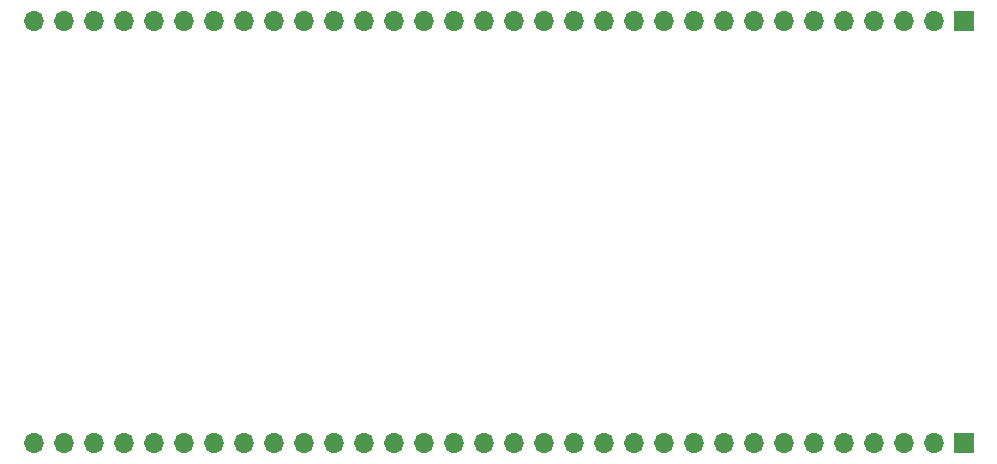
<source format=gbr>
G04 #@! TF.GenerationSoftware,KiCad,Pcbnew,5.1.5+dfsg1-2build2*
G04 #@! TF.CreationDate,2021-03-16T21:46:15-07:00*
G04 #@! TF.ProjectId,soldering-test,736f6c64-6572-4696-9e67-2d746573742e,rev?*
G04 #@! TF.SameCoordinates,Original*
G04 #@! TF.FileFunction,Copper,L2,Bot*
G04 #@! TF.FilePolarity,Positive*
%FSLAX46Y46*%
G04 Gerber Fmt 4.6, Leading zero omitted, Abs format (unit mm)*
G04 Created by KiCad (PCBNEW 5.1.5+dfsg1-2build2) date 2021-03-16 21:46:15*
%MOMM*%
%LPD*%
G04 APERTURE LIST*
%ADD10R,1.700000X1.700000*%
%ADD11O,1.700000X1.700000*%
G04 APERTURE END LIST*
D10*
X96459040Y-17805400D03*
D11*
X93919040Y-17805400D03*
X91379040Y-17805400D03*
X88839040Y-17805400D03*
X86299040Y-17805400D03*
X83759040Y-17805400D03*
X81219040Y-17805400D03*
X78679040Y-17805400D03*
X76139040Y-17805400D03*
X73599040Y-17805400D03*
X71059040Y-17805400D03*
X68519040Y-17805400D03*
X65979040Y-17805400D03*
X63439040Y-17805400D03*
X60899040Y-17805400D03*
X58359040Y-17805400D03*
X55819040Y-17805400D03*
X53279040Y-17805400D03*
X50739040Y-17805400D03*
X48199040Y-17805400D03*
X45659040Y-17805400D03*
X43119040Y-17805400D03*
X40579040Y-17805400D03*
X38039040Y-17805400D03*
X35499040Y-17805400D03*
X32959040Y-17805400D03*
X30419040Y-17805400D03*
X27879040Y-17805400D03*
X25339040Y-17805400D03*
X22799040Y-17805400D03*
X20259040Y-17805400D03*
X17719040Y-17805400D03*
D10*
X96453960Y-53545740D03*
D11*
X93913960Y-53545740D03*
X91373960Y-53545740D03*
X88833960Y-53545740D03*
X86293960Y-53545740D03*
X83753960Y-53545740D03*
X81213960Y-53545740D03*
X78673960Y-53545740D03*
X76133960Y-53545740D03*
X73593960Y-53545740D03*
X71053960Y-53545740D03*
X68513960Y-53545740D03*
X65973960Y-53545740D03*
X63433960Y-53545740D03*
X60893960Y-53545740D03*
X58353960Y-53545740D03*
X55813960Y-53545740D03*
X53273960Y-53545740D03*
X50733960Y-53545740D03*
X48193960Y-53545740D03*
X45653960Y-53545740D03*
X43113960Y-53545740D03*
X40573960Y-53545740D03*
X38033960Y-53545740D03*
X35493960Y-53545740D03*
X32953960Y-53545740D03*
X30413960Y-53545740D03*
X27873960Y-53545740D03*
X25333960Y-53545740D03*
X22793960Y-53545740D03*
X20253960Y-53545740D03*
X17713960Y-53545740D03*
M02*

</source>
